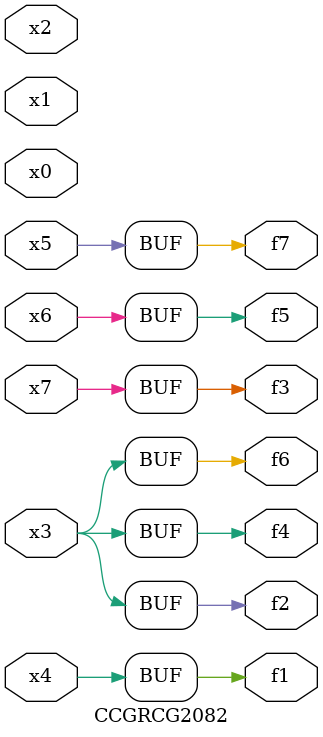
<source format=v>
module CCGRCG2082(
	input x0, x1, x2, x3, x4, x5, x6, x7,
	output f1, f2, f3, f4, f5, f6, f7
);
	assign f1 = x4;
	assign f2 = x3;
	assign f3 = x7;
	assign f4 = x3;
	assign f5 = x6;
	assign f6 = x3;
	assign f7 = x5;
endmodule

</source>
